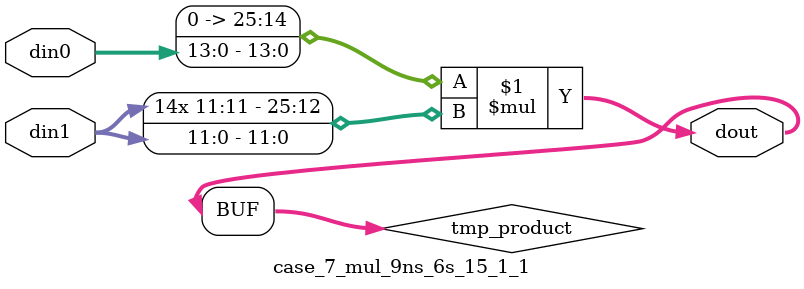
<source format=v>

`timescale 1 ns / 1 ps

 (* use_dsp = "no" *)  module case_7_mul_9ns_6s_15_1_1(din0, din1, dout);
parameter ID = 1;
parameter NUM_STAGE = 0;
parameter din0_WIDTH = 14;
parameter din1_WIDTH = 12;
parameter dout_WIDTH = 26;

input [din0_WIDTH - 1 : 0] din0; 
input [din1_WIDTH - 1 : 0] din1; 
output [dout_WIDTH - 1 : 0] dout;

wire signed [dout_WIDTH - 1 : 0] tmp_product;

























assign tmp_product = $signed({1'b0, din0}) * $signed(din1);










assign dout = tmp_product;





















endmodule

</source>
